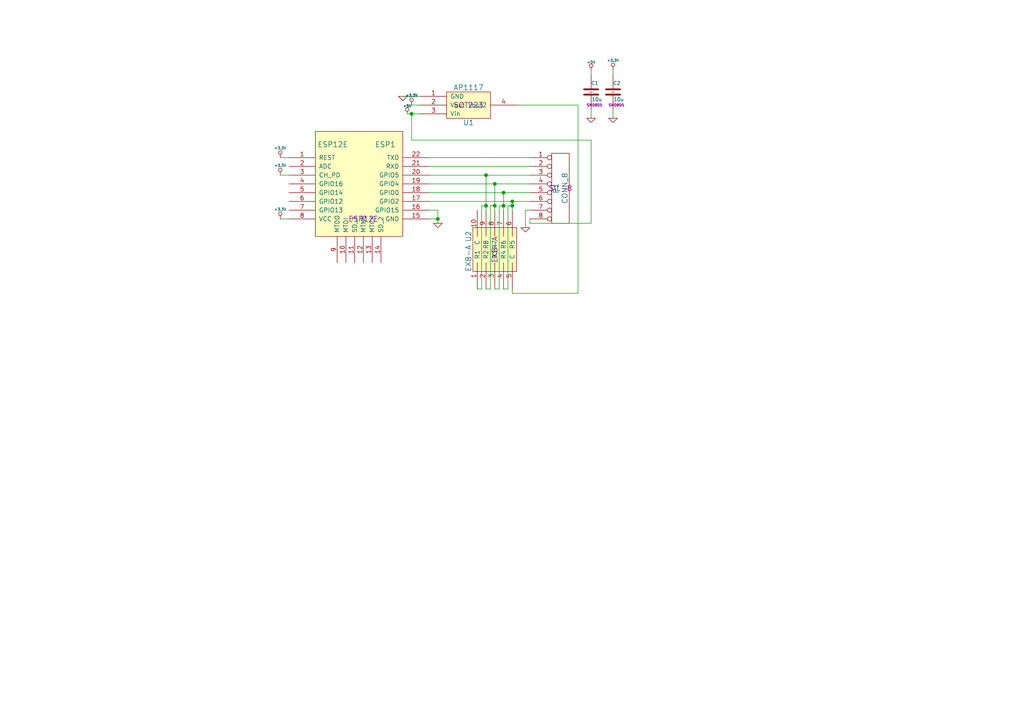
<source format=kicad_sch>
(kicad_sch (version 20230121) (generator eeschema)
  (paper "A4")
  (title_block (title "noname.sch") (date "10 oct 2015"))
  (lib_symbols
    (symbol "esp12e-generics-rescue:+3.3V" (power) (pin_names (offset 0))
      (property "Value" "+3.3V" (at 0 2.794 0))
      (symbol "+3.3V_0_0"
        (pin power_in line (at 0 0 90) (length 0) hide (name "+3.3V") (number "1"))
      )
      (symbol "+3.3V_0_1"
        (polyline (pts (xy 0 0) (xy 0 1.016) (xy 0 1.016)))
        (circle (center 0 1.524) (radius 0.508))
      )
    )
    (symbol "esp12e-generics-rescue:+5V" (power) (pin_names (offset 1.016))
      (property "Value" "+5V" (at 0 2.286 0))
      (symbol "+5V_0_0"
        (pin power_in line (at 0 0 90) (length 0) hide (name "+5V") (number "1"))
      )
      (symbol "+5V_0_1"
        (polyline (pts (xy 0 0) (xy 0 0.762) (xy 0 0.762) (xy 0 0.762)))
        (circle (center 0 1.27) (radius 0.508))
      )
    )
    (symbol "esp12e-generics-rescue:AP1117" (pin_names (offset 1.016))
      (property "Reference" "U" (at 0 5.08 0))
      (property "Value" "AP1117" (at 0 -5.08 0))
      (symbol "AP1117_0_1"
        (rectangle (start -6.35 3.81) (end 6.35 -3.81) (fill (type background)))
      )
      (symbol "AP1117_1_1"
        (pin bidirectional line (at 13.97 -2.54 180) (length 7.62) (name "GND") (number "1"))
        (pin bidirectional line (at 13.97 0 180) (length 7.62) (name "Vout") (number "2"))
        (pin bidirectional line (at 13.97 2.54 180) (length 7.62) (name "Vin") (number "3"))
        (pin bidirectional line (at -13.97 0 0) (length 7.62) (name "Vout2") (number "4"))
      )
    )
    (symbol "esp12e-generics-rescue:C" (pin_numbers hide) (pin_names (offset 0.254))
      (property "Reference" "C" (at 0 2.54 0))
      (property "Value" "C" (at 0.1524 -2.159 0))
      (symbol "C_0_1"
        (polyline (pts (xy -2.032 -0.762) (xy 2.032 -0.762)) (stroke (width 0.508)))
        (polyline (pts (xy -2.032 0.762) (xy 2.032 0.762)) (stroke (width 0.508)))
      )
      (symbol "C_1_1"
        (pin passive line (at 0 5.08 270) (length 4.318) (name "~") (number "1"))
        (pin passive line (at 0 -5.08 90) (length 4.318) (name "~") (number "2"))
      )
    )
    (symbol "esp12e-generics-rescue:CONN_8" (pin_names (offset 1.016) hide)
      (property "Reference" "P" (at -1.27 0 90))
      (property "Value" "CONN_8" (at 1.27 0 90))
      (symbol "CONN_8_0_1"
        (rectangle (start -2.54 10.16) (end 2.54 -10.16))
      )
      (symbol "CONN_8_1_1"
        (pin passive inverted (at -8.89 8.89 0) (length 6.35) (name "P1") (number "1"))
        (pin passive inverted (at -8.89 6.35 0) (length 6.35) (name "P2") (number "2"))
        (pin passive inverted (at -8.89 3.81 0) (length 6.35) (name "P3") (number "3"))
        (pin passive inverted (at -8.89 1.27 0) (length 6.35) (name "P4") (number "4"))
        (pin passive inverted (at -8.89 -1.27 0) (length 6.35) (name "P5") (number "5"))
        (pin passive inverted (at -8.89 -3.81 0) (length 6.35) (name "P6") (number "6"))
        (pin passive inverted (at -8.89 -6.35 0) (length 6.35) (name "P7") (number "7"))
        (pin passive inverted (at -8.89 -8.89 0) (length 6.35) (name "P8") (number "8"))
      )
    )
    (symbol "esp12e-generics-rescue:ESP12E" (pin_names (offset 1.016))
      (property "Reference" "ESP" (at 7.62 15.24 0))
      (property "Value" "ESP12E" (at -7.62 15.24 0))
      (symbol "ESP12E_0_1"
        (rectangle (start -12.7 19.05) (end 12.7 -11.43) (fill (type background)))
      )
      (symbol "ESP12E_1_1"
        (pin input line (at -20.32 11.43 0) (length 7.62) (name "REST") (number "1"))
        (pin input line (at -3.81 -19.05 90) (length 7.62) (name "MTDI") (number "10"))
        (pin input line (at -1.27 -19.05 90) (length 7.62) (name "SD_3") (number "11"))
        (pin input line (at 1.27 -19.05 90) (length 7.62) (name "MTMS") (number "12"))
        (pin input line (at 3.81 -19.05 90) (length 7.62) (name "MTCK") (number "13"))
        (pin input line (at 6.35 -19.05 90) (length 7.62) (name "SD_2") (number "14"))
        (pin input line (at 20.32 -6.35 180) (length 7.62) (name "GND") (number "15"))
        (pin input line (at 20.32 -3.81 180) (length 7.62) (name "GPIO15") (number "16"))
        (pin input line (at 20.32 -1.27 180) (length 7.62) (name "GPIO2") (number "17"))
        (pin input line (at 20.32 1.27 180) (length 7.62) (name "GPIO0") (number "18"))
        (pin input line (at 20.32 3.81 180) (length 7.62) (name "GPIO4") (number "19"))
        (pin input line (at -20.32 8.89 0) (length 7.62) (name "ADC") (number "2"))
        (pin input line (at 20.32 6.35 180) (length 7.62) (name "GPIO5") (number "20"))
        (pin input line (at 20.32 8.89 180) (length 7.62) (name "RXD") (number "21"))
        (pin input line (at 20.32 11.43 180) (length 7.62) (name "TXD") (number "22"))
        (pin input line (at -20.32 6.35 0) (length 7.62) (name "CH_PD") (number "3"))
        (pin input line (at -20.32 3.81 0) (length 7.62) (name "GPIO16") (number "4"))
        (pin input line (at -20.32 1.27 0) (length 7.62) (name "GPIO14") (number "5"))
        (pin input line (at -20.32 -1.27 0) (length 7.62) (name "GPIO12") (number "6"))
        (pin input line (at -20.32 -3.81 0) (length 7.62) (name "GPIO13") (number "7"))
        (pin input line (at -20.32 -6.35 0) (length 7.62) (name "VCC") (number "8"))
        (pin input line (at -6.35 -19.05 90) (length 7.62) (name "MTDO") (number "9"))
      )
    )
    (symbol "esp12e-generics-rescue:EXB-A" (pin_names (offset 1.016))
      (property "Reference" "U" (at 3.81 7.62 0))
      (property "Value" "EXB-A" (at -2.54 7.62 0))
      (symbol "EXB-A_0_1"
        (rectangle (start -6.35 6.35) (end 6.35 -6.35) (fill (type background)))
      )
      (symbol "EXB-A_1_1"
        (pin bidirectional line (at -11.43 5.08 0) (length 7.62) (name "R1") (number "1"))
        (pin bidirectional line (at 11.43 5.08 180) (length 7.62) (name "C") (number "10"))
        (pin bidirectional line (at -11.43 2.54 0) (length 7.62) (name "R2") (number "2"))
        (pin bidirectional line (at -11.43 0 0) (length 7.62) (name "R3") (number "3"))
        (pin bidirectional line (at -11.43 -2.54 0) (length 7.62) (name "R4") (number "4"))
        (pin bidirectional line (at -11.43 -5.08 0) (length 7.62) (name "C") (number "5"))
        (pin bidirectional line (at 11.43 -5.08 180) (length 7.62) (name "R5") (number "6"))
        (pin bidirectional line (at 11.43 -2.54 180) (length 7.62) (name "R6") (number "7"))
        (pin bidirectional line (at 11.43 0 180) (length 7.62) (name "R7") (number "8"))
        (pin bidirectional line (at 11.43 2.54 180) (length 7.62) (name "R8") (number "9"))
      )
    )
    (symbol "esp12e-generics-rescue:GND" (power) (pin_names (offset 0))
      (symbol "GND_0_1"
        (polyline (pts (xy -1.27 0) (xy 0 -1.27) (xy 1.27 0) (xy -1.27 0)))
      )
      (symbol "GND_1_1"
        (pin power_in line (at 0 0 90) (length 0) hide (name "GND") (number "1"))
      )
    )
  )
  (junction (at 140.97 59.69))
  (junction (at 143.51 59.69))
  (junction (at 140.97 50.8))
  (junction (at 148.59 58.42))
  (junction (at 146.05 59.69))
  (junction (at 143.51 53.34))
  (junction (at 119.38 33.02))
  (junction (at 148.59 59.69))
  (junction (at 146.05 55.88))
  (junction (at 127 63.5))
  (wire (pts (xy 152.4 60.96) (xy 153.67 60.96)))
  (wire (pts (xy 167.64 85.09) (xy 167.64 30.48)))
  (wire (pts (xy 81.28 45.72) (xy 83.82 45.72)))
  (wire (pts (xy 149.86 30.48) (xy 167.64 30.48)))
  (wire (pts (xy 124.46 58.42) (xy 148.59 58.42)))
  (wire (pts (xy 148.59 58.42) (xy 153.67 58.42)))
  (wire (pts (xy 124.46 48.26) (xy 153.67 48.26)))
  (wire (pts (xy 177.8 20.32) (xy 177.8 21.59)))
  (wire (pts (xy 119.38 33.02) (xy 119.38 40.64)))
  (wire (pts (xy 148.59 59.69) (xy 148.59 60.96)))
  (wire (pts (xy 142.24 59.69) (xy 142.24 83.82)))
  (wire (pts (xy 143.51 59.69) (xy 143.51 60.96)))
  (wire (pts (xy 146.05 59.69) (xy 144.78 59.69)))
  (wire (pts (xy 140.97 59.69) (xy 140.97 60.96)))
  (wire (pts (xy 124.46 55.88) (xy 146.05 55.88)))
  (wire (pts (xy 140.97 50.8) (xy 153.67 50.8)))
  (wire (pts (xy 127 60.96) (xy 127 63.5)))
  (wire (pts (xy 152.4 66.04) (xy 152.4 60.96)))
  (wire (pts (xy 81.28 63.5) (xy 83.82 63.5)))
  (wire (pts (xy 144.78 83.82) (xy 143.51 83.82)))
  (wire (pts (xy 171.45 20.32) (xy 171.45 21.59)))
  (wire (pts (xy 124.46 60.96) (xy 127 60.96)))
  (wire (pts (xy 144.78 59.69) (xy 144.78 83.82)))
  (wire (pts (xy 148.59 59.69) (xy 147.32 59.69)))
  (wire (pts (xy 146.05 55.88) (xy 153.67 55.88)))
  (wire (pts (xy 139.7 59.69) (xy 140.97 59.69)))
  (wire (pts (xy 119.38 30.48) (xy 121.92 30.48)))
  (wire (pts (xy 118.11 33.02) (xy 119.38 33.02)))
  (wire (pts (xy 142.24 83.82) (xy 140.97 83.82)))
  (wire (pts (xy 138.43 83.82) (xy 139.7 83.82)))
  (wire (pts (xy 124.46 53.34) (xy 143.51 53.34)))
  (wire (pts (xy 143.51 53.34) (xy 153.67 53.34)))
  (wire (pts (xy 119.38 40.64) (xy 171.45 40.64)))
  (wire (pts (xy 148.59 58.42) (xy 148.59 59.69)))
  (wire (pts (xy 119.38 33.02) (xy 121.92 33.02)))
  (wire (pts (xy 139.7 83.82) (xy 139.7 59.69)))
  (wire (pts (xy 124.46 50.8) (xy 140.97 50.8)))
  (wire (pts (xy 153.67 64.77) (xy 153.67 63.5)))
  (wire (pts (xy 140.97 50.8) (xy 140.97 59.69)))
  (wire (pts (xy 148.59 85.09) (xy 148.59 83.82)))
  (wire (pts (xy 143.51 53.34) (xy 143.51 59.69)))
  (wire (pts (xy 81.28 50.8) (xy 83.82 50.8)))
  (wire (pts (xy 171.45 40.64) (xy 171.45 64.77)))
  (wire (pts (xy 171.45 64.77) (xy 153.67 64.77)))
  (wire (pts (xy 127 63.5) (xy 124.46 63.5)))
  (wire (pts (xy 148.59 85.09) (xy 167.64 85.09)))
  (wire (pts (xy 146.05 55.88) (xy 146.05 59.69)))
  (wire (pts (xy 153.67 45.72) (xy 124.46 45.72)))
  (wire (pts (xy 147.32 83.82) (xy 146.05 83.82)))
  (wire (pts (xy 147.32 59.69) (xy 147.32 83.82)))
  (wire (pts (xy 127 63.5) (xy 127 64.77)))
  (wire (pts (xy 146.05 59.69) (xy 146.05 60.96)))
  (wire (pts (xy 143.51 59.69) (xy 142.24 59.69)))
  (wire (pts (xy 177.8 34.29) (xy 177.8 31.75)))
  (wire (pts (xy 116.84 27.94) (xy 121.92 27.94)))
  (wire (pts (xy 171.45 34.29) (xy 171.45 31.75)))
  (symbol (lib_id "esp12e-generics-rescue:ESP12E") (at 104.14 57.15 0) (unit 1)
    (property "Reference" "ESP1" (at 111.76 41.91 0) (effects (font (size 1.524 1.524))))
    (property "Value" "ESP12E" (at 96.52 41.91 0) (effects (font (size 1.524 1.524))))
    (property "Footprint" "ESP12E" (at 105.41 63.5 0) (effects (font (size 1.524 1.524))))
    (property "Datasheet" "~" (at 105.41 63.5 0) (effects (font (size 1.524 1.524))))
  )
  (symbol (lib_id "esp12e-generics-rescue:AP1117") (at 135.89 30.48 180) (unit 1)
    (property "Reference" "U1" (at 135.89 35.56 0) (effects (font (size 1.524 1.524))))
    (property "Value" "AP1117" (at 135.89 25.4 0) (effects (font (size 1.524 1.524))))
    (property "Footprint" "SOT223" (at 135.89 30.48 0) (effects (font (size 1.524 1.524))))
  )
  (symbol (lib_id "esp12e-generics-rescue:+3.3V") (at 81.28 63.5 0) (unit 1)
    (property "Reference" "#PWR01" (effects hide))
    (property "Value" "+3.3V" (at 81.28 60.706 0) (effects (font (size 0.762 0.762))))
  )
  (symbol (lib_id "esp12e-generics-rescue:+3.3V") (at 119.38 30.48 0) (unit 1)
    (property "Reference" "#PWR02" (effects hide))
    (property "Value" "+3.3V" (at 119.38 27.686 0) (effects (font (size 0.762 0.762))))
  )
  (symbol (lib_id "esp12e-generics-rescue:+5V") (at 118.11 33.02 0) (unit 1)
    (property "Reference" "#PWR03" (effects hide))
    (property "Value" "+5V" (at 118.11 30.734 0) (effects (font (size 0.762 0.762))))
  )
  (symbol (lib_id "esp12e-generics-rescue:GND") (at 116.84 27.94 0) (unit 1)
    (property "Reference" "#PWR04" (effects hide))
    (property "Value" "GND" (effects hide))
  )
  (symbol (lib_id "esp12e-generics-rescue:GND") (at 127 64.77 0) (unit 1)
    (property "Reference" "#PWR05" (effects hide))
    (property "Value" "GND" (effects hide))
  )
  (symbol (lib_id "esp12e-generics-rescue:+3.3V") (at 81.28 50.8 0) (unit 1)
    (property "Reference" "#PWR06" (effects hide))
    (property "Value" "+3.3V" (at 81.28 48.006 0) (effects (font (size 0.762 0.762))))
  )
  (symbol (lib_id "esp12e-generics-rescue:+3.3V") (at 81.28 45.72 0) (unit 1)
    (property "Reference" "#PWR07" (effects hide))
    (property "Value" "+3.3V" (at 81.28 42.926 0) (effects (font (size 0.762 0.762))))
  )
  (symbol (lib_id "esp12e-generics-rescue:GND") (at 152.4 66.04 0) (unit 1)
    (property "Reference" "#PWR08" (effects hide))
    (property "Value" "GND" (effects hide))
  )
  (symbol (lib_id "esp12e-generics-rescue:CONN_8") (at 162.56 54.61 0) (unit 1)
    (property "Reference" "P1" (at 161.29 54.61 90) (effects (font (size 1.524 1.524))))
    (property "Value" "CONN_8" (at 163.83 54.61 90) (effects (font (size 1.524 1.524))))
    (property "Footprint" "SIL-8" (at 162.56 54.61 0) (effects (font (size 1.524 1.524))))
  )
  (symbol (lib_id "esp12e-generics-rescue:EXB-A") (at 143.51 72.39 90) (unit 1)
    (property "Reference" "U2" (at 135.89 68.58 0) (effects (font (size 1.524 1.524))))
    (property "Value" "EXB-A" (at 135.89 74.93 0) (effects (font (size 1.524 1.524))))
    (property "Footprint" "EXB-A" (at 143.51 72.39 0) (effects (font (size 1.524 1.524))))
  )
  (symbol (lib_id "esp12e-generics-rescue:C") (at 171.45 26.67 0) (unit 1)
    (property "Reference" "C1" (at 171.45 24.13 0) (effects (font (size 1.016 1.016)) (justify left)))
    (property "Value" "10u" (at 171.6024 28.829 0) (effects (font (size 1.016 1.016)) (justify left)))
    (property "Footprint" "SM0805" (at 172.4152 30.48 0) (effects (font (size 0.762 0.762))))
    (property "Datasheet" "~" (at 171.45 26.67 0) (effects (font (size 1.524 1.524))))
  )
  (symbol (lib_id "esp12e-generics-rescue:C") (at 177.8 26.67 0) (unit 1)
    (property "Reference" "C2" (at 177.8 24.13 0) (effects (font (size 1.016 1.016)) (justify left)))
    (property "Value" "10u" (at 177.9524 28.829 0) (effects (font (size 1.016 1.016)) (justify left)))
    (property "Footprint" "SM0805" (at 178.7652 30.48 0) (effects (font (size 0.762 0.762))))
    (property "Datasheet" "~" (at 177.8 26.67 0) (effects (font (size 1.524 1.524))))
  )
  (symbol (lib_id "esp12e-generics-rescue:+3.3V") (at 177.8 20.32 0) (unit 1)
    (property "Reference" "#PWR09" (effects hide))
    (property "Value" "+3.3V" (at 177.8 17.526 0) (effects (font (size 0.762 0.762))))
  )
  (symbol (lib_id "esp12e-generics-rescue:+5V") (at 171.45 20.32 0) (unit 1)
    (property "Reference" "#PWR010" (effects hide))
    (property "Value" "+5V" (at 171.45 18.034 0) (effects (font (size 0.762 0.762))))
  )
  (symbol (lib_id "esp12e-generics-rescue:GND") (at 171.45 34.29 0) (unit 1)
    (property "Reference" "#PWR011" (effects hide))
    (property "Value" "GND" (effects hide))
  )
  (symbol (lib_id "esp12e-generics-rescue:GND") (at 177.8 34.29 0) (unit 1)
    (property "Reference" "#PWR012" (effects hide))
    (property "Value" "GND" (effects hide))
  )
)
</source>
